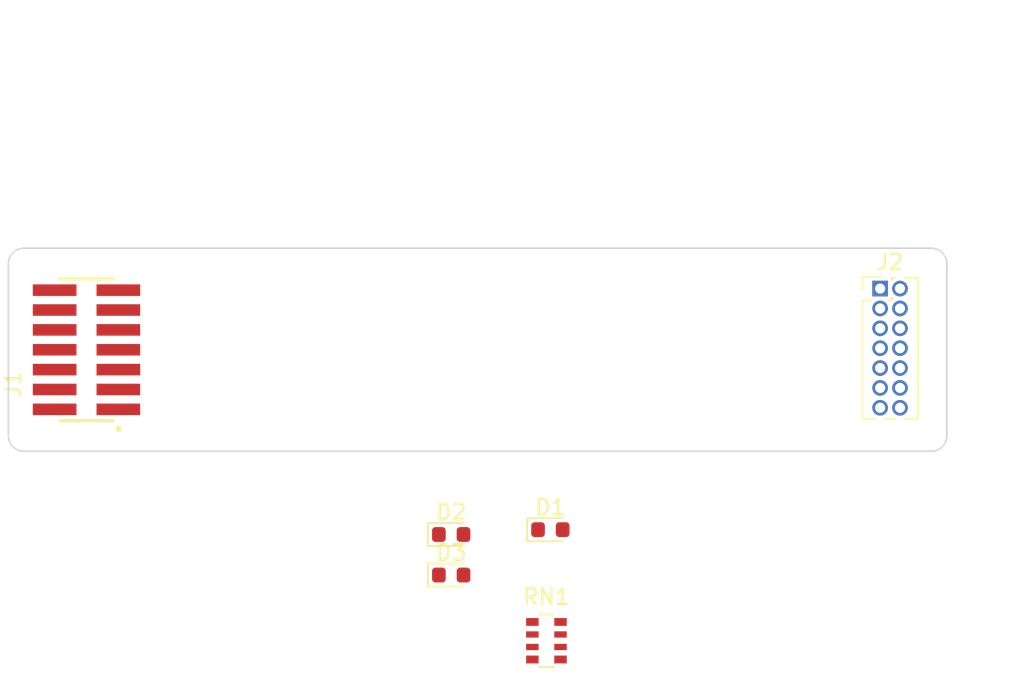
<source format=kicad_pcb>
(kicad_pcb (version 20221018) (generator pcbnew)
  (layers (0 "F.Cu" signal) (31 "B.Cu" signal) (34 "B.Paste" user) (35 "F.Paste" user) (36 "B.SilkS" user "B.Silkscreen") (37 "F.SilkS" user "F.Silkscreen") (38 "B.Mask" user) (39 "F.Mask" user) (44 "Edge.Cuts" user))
  (net 0 "")
  (net 1 "5")
  (net 2 "Net-(D1-A)")
  (net 3 "1")
  (net 4 "Net-(J2-Pin_2)")
  (net 5 "3")
  (net 6 "Net-(J2-Pin_4)")
  (net 7 "Net-(J2-Pin_6)")
  (net 8 "7")
  (net 9 "Net-(J2-Pin_8)")
  (net 10 "9")
  (net 11 "Net-(J2-Pin_10)")
  (net 12 "11")
  (net 13 "Net-(J2-Pin_12)")
  (net 14 "13")
  (net 15 "Net-(J2-Pin_14)")
  (net 16 "Net-(D2-A)")
  (net 17 "Net-(D3-A)")
  (net 18 "STM32_RX")
  (footprint "LED_SMD:LED_0603_1608Metric" (layer "F.Cu") (at 143.8125 70.4)
    (fp_text reference "D3" (at 0 -1.43) (layer "F.SilkS"))
    (fp_text value "RX")
    (fp_line (start -1.485 -0.735) (end -1.485 0.735) (stroke (width 0.12)) (layer "F.SilkS"))
    (fp_line (start -1.485 0.735) (end 0.8 0.735) (stroke (width 0.12)) (layer "F.SilkS"))
    (fp_line (start 0.8 -0.735) (end -1.485 -0.735) (stroke (width 0.12)) (layer "F.SilkS"))
    (pad "1" smd roundrect (at -0.7875 0) (size 0.875 0.95) (layers "F.Cu" "F.Paste" "F.Mask") (net 1 "5"))
    (pad "2" smd roundrect (at 0.7875 0) (size 0.875 0.95) (layers "F.Cu" "F.Paste" "F.Mask") (net 17 "Net-(D3-A)"))
  )
  (footprint "LED_SMD:LED_0603_1608Metric" (layer "F.Cu") (at 143.8125 67.81)
    (fp_text reference "D2" (at 0 -1.43) (layer "F.SilkS"))
    (fp_text value "TX")
    (fp_line (start -1.485 -0.735) (end -1.485 0.735) (stroke (width 0.12)) (layer "F.SilkS"))
    (fp_line (start -1.485 0.735) (end 0.8 0.735) (stroke (width 0.12)) (layer "F.SilkS"))
    (fp_line (start 0.8 -0.735) (end -1.485 -0.735) (stroke (width 0.12)) (layer "F.SilkS"))
    (pad "1" smd roundrect (at -0.7875 0) (size 0.875 0.95) (layers "F.Cu" "F.Paste" "F.Mask") (net 1 "5"))
    (pad "2" smd roundrect (at 0.7875 0) (size 0.875 0.95) (layers "F.Cu" "F.Paste" "F.Mask") (net 16 "Net-(D2-A)"))
  )
  (footprint "LED_SMD:LED_0603_1608Metric" (layer "F.Cu") (at 150.15 67.5)
    (fp_text reference "D1" (at 0 -1.43) (layer "F.SilkS"))
    (fp_text value "Power")
    (fp_line (start -1.485 -0.735) (end -1.485 0.735) (stroke (width 0.12)) (layer "F.SilkS"))
    (fp_line (start -1.485 0.735) (end 0.8 0.735) (stroke (width 0.12)) (layer "F.SilkS"))
    (fp_line (start 0.8 -0.735) (end -1.485 -0.735) (stroke (width 0.12)) (layer "F.SilkS"))
    (pad "1" smd roundrect (at -0.7875 0) (size 0.875 0.95) (layers "F.Cu" "F.Paste" "F.Mask") (net 1 "5"))
    (pad "2" smd roundrect (at 0.7875 0) (size 0.875 0.95) (layers "F.Cu" "F.Paste" "F.Mask") (net 2 "Net-(D1-A)"))
  )
  (footprint "TClamps:SAMTEC_FTSH-107-01-L-DV-K-A" (layer "F.Cu") (at 120.5 56 90)
    (fp_text reference "J1" (at -2.201 -4.681 90) (layer "F.SilkS"))
    (fp_text value "FTSH-107-01-L-DV-K-A")
    (fp_line (start -4.53 -1.715) (end -4.53 1.715) (stroke (width 0.2)) (layer "F.SilkS"))
    (fp_line (start 4.53 1.715) (end 4.53 -1.715) (stroke (width 0.2)) (layer "F.SilkS"))
    (fp_circle (center -5.06 2.035) (end -4.96 2.035) (stroke (width 0.2)) (fill none) (layer "F.SilkS"))
    (pad "" np_thru_hole circle (at -3.175 0 90) (size 1.02 1.02) (drill 1.02) (layers "*.Cu" "*.Mask"))
    (pad "" np_thru_hole circle (at 3.175 0 90) (size 1.02 1.02) (drill 1.02) (layers "*.Cu" "*.Mask"))
    (pad "01" smd rect (at -3.81 2.035 90) (size 0.74 2.79) (layers "F.Cu" "F.Paste" "F.Mask") (net 3 "1"))
    (pad "02" smd rect (at -3.81 -2.035 90) (size 0.74 2.79) (layers "F.Cu" "F.Paste" "F.Mask") (net 4 "Net-(J2-Pin_2)"))
    (pad "03" smd rect (at -2.54 2.035 90) (size 0.74 2.79) (layers "F.Cu" "F.Paste" "F.Mask") (net 5 "3"))
    (pad "04" smd rect (at -2.54 -2.035 90) (size 0.74 2.79) (layers "F.Cu" "F.Paste" "F.Mask") (net 6 "Net-(J2-Pin_4)"))
    (pad "05" smd rect (at -1.27 2.035 90) (size 0.74 2.79) (layers "F.Cu" "F.Paste" "F.Mask") (net 1 "5"))
    (pad "06" smd rect (at -1.27 -2.035 90) (size 0.74 2.79) (layers "F.Cu" "F.Paste" "F.Mask") (net 7 "Net-(J2-Pin_6)"))
    (pad "07" smd rect (at 0 2.035 90) (size 0.74 2.79) (layers "F.Cu" "F.Paste" "F.Mask") (net 8 "7"))
    (pad "08" smd rect (at 0 -2.035 90) (size 0.74 2.79) (layers "F.Cu" "F.Paste" "F.Mask") (net 9 "Net-(J2-Pin_8)"))
    (pad "09" smd rect (at 1.27 2.035 90) (size 0.74 2.79) (layers "F.Cu" "F.Paste" "F.Mask") (net 10 "9"))
    (pad "10" smd rect (at 1.27 -2.035 90) (size 0.74 2.79) (layers "F.Cu" "F.Paste" "F.Mask") (net 11 "Net-(J2-Pin_10)"))
    (pad "11" smd rect (at 2.54 2.035 90) (size 0.74 2.79) (layers "F.Cu" "F.Paste" "F.Mask") (net 12 "11"))
    (pad "12" smd rect (at 2.54 -2.035 90) (size 0.74 2.79) (layers "F.Cu" "F.Paste" "F.Mask") (net 13 "Net-(J2-Pin_12)"))
    (pad "13" smd rect (at 3.81 2.035 90) (size 0.74 2.79) (layers "F.Cu" "F.Paste" "F.Mask") (net 14 "13"))
    (pad "14" smd rect (at 3.81 -2.035 90) (size 0.74 2.79) (layers "F.Cu" "F.Paste" "F.Mask") (net 15 "Net-(J2-Pin_14)"))
  )
  (footprint "Connector_PinHeader_1.27mm:PinHeader_2x07_P1.27mm_Vertical" (layer "F.Cu") (at 171.23 52.09)
    (fp_text reference "J2" (at 0.635 -1.695) (layer "F.SilkS"))
    (fp_text value "Conn_02x07_Odd_Even")
    (fp_line (start -1.13 -0.76) (end 0 -0.76) (stroke (width 0.12)) (layer "F.SilkS"))
    (fp_line (start -1.13 0) (end -1.13 -0.76) (stroke (width 0.12)) (layer "F.SilkS"))
    (fp_line (start -1.13 0.76) (end -1.13 8.315) (stroke (width 0.12)) (layer "F.SilkS"))
    (fp_line (start -1.13 0.76) (end -0.563471 0.76) (stroke (width 0.12)) (layer "F.SilkS"))
    (fp_line (start -1.13 8.315) (end -0.30753 8.315) (stroke (width 0.12)) (layer "F.SilkS"))
    (fp_line (start 0.30753 8.315) (end 0.96247 8.315) (stroke (width 0.12)) (layer "F.SilkS"))
    (fp_line (start 0.563471 0.76) (end 0.706529 0.76) (stroke (width 0.12)) (layer "F.SilkS"))
    (fp_line (start 0.76 -0.695) (end 0.96247 -0.695) (stroke (width 0.12)) (layer "F.SilkS"))
    (fp_line (start 0.76 -0.563471) (end 0.76 -0.695) (stroke (width 0.12)) (layer "F.SilkS"))
    (fp_line (start 0.76 0.706529) (end 0.76 0.563471) (stroke (width 0.12)) (layer "F.SilkS"))
    (fp_line (start 1.57753 -0.695) (end 2.4 -0.695) (stroke (width 0.12)) (layer "F.SilkS"))
    (fp_line (start 1.57753 8.315) (end 2.4 8.315) (stroke (width 0.12)) (layer "F.SilkS"))
    (fp_line (start 2.4 -0.695) (end 2.4 8.315) (stroke (width 0.12)) (layer "F.SilkS"))
    (pad "1" thru_hole rect (at 0 0) (size 1 1) (drill 0.65) (layers "*.Cu" "*.Mask") (net 3 "1"))
    (pad "2" thru_hole oval (at 1.27 0) (size 1 1) (drill 0.65) (layers "*.Cu" "*.Mask") (net 4 "Net-(J2-Pin_2)"))
    (pad "3" thru_hole oval (at 0 1.27) (size 1 1) (drill 0.65) (layers "*.Cu" "*.Mask") (net 5 "3"))
    (pad "4" thru_hole oval (at 1.27 1.27) (size 1 1) (drill 0.65) (layers "*.Cu" "*.Mask") (net 6 "Net-(J2-Pin_4)"))
    (pad "5" thru_hole oval (at 0 2.54) (size 1 1) (drill 0.65) (layers "*.Cu" "*.Mask") (net 1 "5"))
    (pad "6" thru_hole oval (at 1.27 2.54) (size 1 1) (drill 0.65) (layers "*.Cu" "*.Mask") (net 7 "Net-(J2-Pin_6)"))
    (pad "7" thru_hole oval (at 0 3.81) (size 1 1) (drill 0.65) (layers "*.Cu" "*.Mask") (net 8 "7"))
    (pad "8" thru_hole oval (at 1.27 3.81) (size 1 1) (drill 0.65) (layers "*.Cu" "*.Mask") (net 9 "Net-(J2-Pin_8)"))
    (pad "9" thru_hole oval (at 0 5.08) (size 1 1) (drill 0.65) (layers "*.Cu" "*.Mask") (net 10 "9"))
    (pad "10" thru_hole oval (at 1.27 5.08) (size 1 1) (drill 0.65) (layers "*.Cu" "*.Mask") (net 11 "Net-(J2-Pin_10)"))
    (pad "11" thru_hole oval (at 0 6.35) (size 1 1) (drill 0.65) (layers "*.Cu" "*.Mask") (net 12 "11"))
    (pad "12" thru_hole oval (at 1.27 6.35) (size 1 1) (drill 0.65) (layers "*.Cu" "*.Mask") (net 13 "Net-(J2-Pin_12)"))
    (pad "13" thru_hole oval (at 0 7.62) (size 1 1) (drill 0.65) (layers "*.Cu" "*.Mask") (net 14 "13"))
    (pad "14" thru_hole oval (at 1.27 7.62) (size 1 1) (drill 0.65) (layers "*.Cu" "*.Mask") (net 18 "STM32_RX"))
  )
  (footprint "Resistor_SMD:R_Array_Convex_4x0603" (layer "F.Cu") (at 149.9 74.6)
    (fp_text reference "RN1" (at 0 -2.8) (layer "F.SilkS"))
    (fp_text value "R_Pack04")
    (fp_line (start 0.5 -1.68) (end -0.5 -1.68) (stroke (width 0.12)) (layer "F.SilkS"))
    (fp_line (start 0.5 1.68) (end -0.5 1.68) (stroke (width 0.12)) (layer "F.SilkS"))
    (pad "1" smd rect (at -0.9 -1.2) (size 0.8 0.5) (layers "F.Cu" "F.Paste" "F.Mask"))
    (pad "2" smd rect (at -0.9 -0.4) (size 0.8 0.4) (layers "F.Cu" "F.Paste" "F.Mask") (net 17 "Net-(D3-A)"))
    (pad "3" smd rect (at -0.9 0.4) (size 0.8 0.4) (layers "F.Cu" "F.Paste" "F.Mask") (net 16 "Net-(D2-A)"))
    (pad "4" smd rect (at -0.9 1.2) (size 0.8 0.5) (layers "F.Cu" "F.Paste" "F.Mask") (net 2 "Net-(D1-A)"))
    (pad "5" smd rect (at 0.9 1.2) (size 0.8 0.5) (layers "F.Cu" "F.Paste" "F.Mask") (net 5 "3"))
    (pad "6" smd rect (at 0.9 0.4) (size 0.8 0.4) (layers "F.Cu" "F.Paste" "F.Mask") (net 14 "13"))
    (pad "7" smd rect (at 0.9 -0.4) (size 0.8 0.4) (layers "F.Cu" "F.Paste" "F.Mask") (net 18 "STM32_RX"))
    (pad "8" smd rect (at 0.9 -1.2) (size 0.8 0.5) (layers "F.Cu" "F.Paste" "F.Mask"))
  )
  (gr_arc (start 116.507107 62.492893) (mid 115.8 62.2) (end 115.507107 61.492893) (stroke (width 0.1)) (layer "Edge.Cuts"))
  (gr_line (start 115.507107 50.507107) (end 115.507107 61.492893) (stroke (width 0.1)) (layer "Edge.Cuts"))
  (gr_arc (start 175.492893 61.492893) (mid 175.2 62.2) (end 174.492893 62.492893) (stroke (width 0.1)) (layer "Edge.Cuts"))
  (gr_line (start 175.492893 61.492893) (end 175.492893 50.507107) (stroke (width 0.1)) (layer "Edge.Cuts"))
  (gr_line (start 174.492893 49.507107) (end 116.507107 49.507107) (stroke (width 0.1)) (layer "Edge.Cuts"))
  (gr_arc (start 115.507107 50.507107) (mid 115.8 49.8) (end 116.507107 49.507107) (stroke (width 0.1)) (layer "Edge.Cuts"))
  (gr_arc (start 174.492893 49.507107) (mid 175.2 49.8) (end 175.492893 50.507107) (stroke (width 0.1)) (layer "Edge.Cuts"))
  (gr_line (start 116.507107 62.492893) (end 174.492893 62.492893) (stroke (width 0.1)) (layer "Edge.Cuts"))
)
</source>
